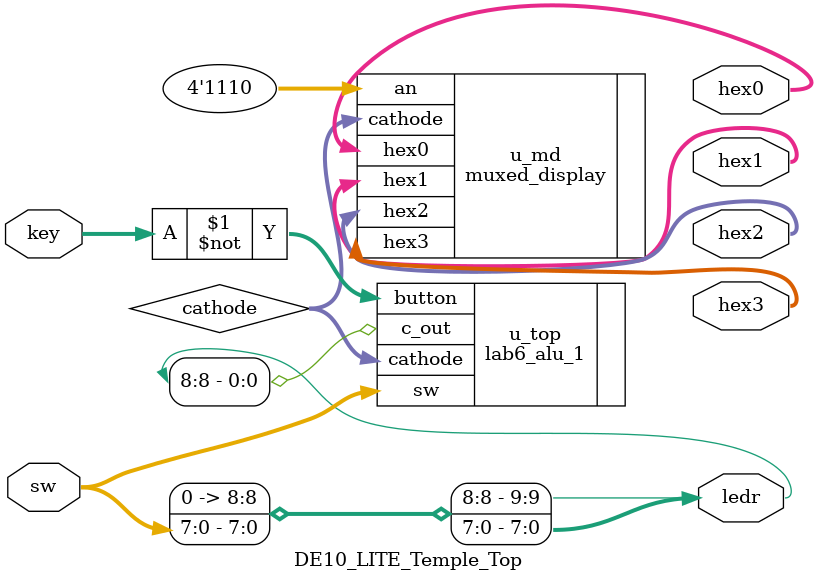
<source format=sv>



`define ENABLE_SW
`define ENABLE_LED
`define ENABLE_KEY
`define ENABLE_HEX0
`define ENABLE_HEX1
`define ENABLE_HEX2
`define ENABLE_HEX3

module DE10_LITE_Temple_Top(

	//////////// SDRAM: 3.3-V LVTTL //////////
`ifdef ENABLE_SDRAM
	output		    [12:0]		dram_addr,
	output		     [1:0]		dram_ba,
	output		          		dram_cas_n,
	output		          		dram_cke,
	output		          		dram_clk,
	output		          		dram_cs_n,
	inout 		    [15:0]		dram_dq,
	output		          		dram_ldqm,
	output		          		dram_ras_n,
	output		          		dram_udqm,
	output		          		dram_we_n,
`endif

	//////////// SEG7: 3.3-V LVTTL //////////
`ifdef ENABLE_HEX0
	output		     [7:0]		hex0,
`endif
`ifdef ENABLE_HEX1
	output		     [7:0]		hex1,
`endif
`ifdef ENABLE_HEX2
	output		     [7:0]		hex2,
`endif
`ifdef ENABLE_HEX3
	output		     [7:0]		hex3,
`endif
`ifdef ENABLE_HEX4
	output		     [7:0]		hex4,
`endif
`ifdef ENABLE_HEX5
	output		     [7:0]		hex5,
`endif

	//////////// KEY: 3.3 V SCHMITT TRIGGER //////////
`ifdef ENABLE_KEY
	input 		     [1:0]		key,
`endif

	//////////// LED: 3.3-V LVTTL //////////
`ifdef ENABLE_LED
	output		     [9:0]		ledr,
`endif

	//////////// VGA: 3.3-V LVTTL //////////
`ifdef ENABLE_VGA
	output		     [3:0]		vga_b,
	output		     [3:0]		vga_g,
	output		          		vga_hs,
	output		     [3:0]		vga_r,
	output		          		vga_vs,
`endif

	//////////// Accelerometer: 3.3-V LVTTL //////////
`ifdef ENABLE_ACCELEROMETER
	output		          		gsensor_cs_n,
	input 		     [2:1]		gsensor_int,
	output		          		gsensor_sclk,
	inout 		          		gsensor_sdi,
	inout 		          		gsensor_sdo,
`endif

	//////////// Arduino: 3.3-V LVTTL //////////
`ifdef ENABLE_ARDUINO
	inout 		    [15:0]		arduino_io,
	inout 		          		arduino_reset_n,
`endif

	//////////// GPIO, GPIO connect to GPIO Default: 3.3-V LVTTL //////////
`ifdef ENABLE_GPIO
	inout 		    [35:0]		gpio,
`endif

	//////////// ADC CLOCK: 3.3-V LVTTL //////////
`ifdef ENABLE_ADC_CLOCK
	input 		          		adc_clk_10,
`endif
	//////////// CLOCK 1: 3.3-V LVTTL //////////
`ifdef ENABLE_CLOCK1
	input 		          		max10_clk1_50,
`endif
	//////////// CLOCK 2: 3.3-V LVTTL //////////
`ifdef ENABLE_CLOCK2
	input 		          		max10_clk2_50,
`endif

	//////////// SW: 3.3-V LVTTL //////////
`ifdef ENABLE_SW
	input 		     [9:0]		sw
`endif
);
	logic [3:0] an;
	logic [6:0] cathode;

	// tie unused LED's low
	assign ledr[9] = 1'b0;

	// replicate the lower 8 switches on the led's
	assign ledr[7:0] = sw[7:0];

	// Instantiate the top module
	lab6_alu_1 u_top (.sw, .button(~key), .c_out(ledr[8]), .cathode);

	// and instantiate the muxed display module
	muxed_display u_md (.hex3, .hex2, .hex1, .hex0,
		.an(4'b1110), .cathode);

endmodule

</source>
